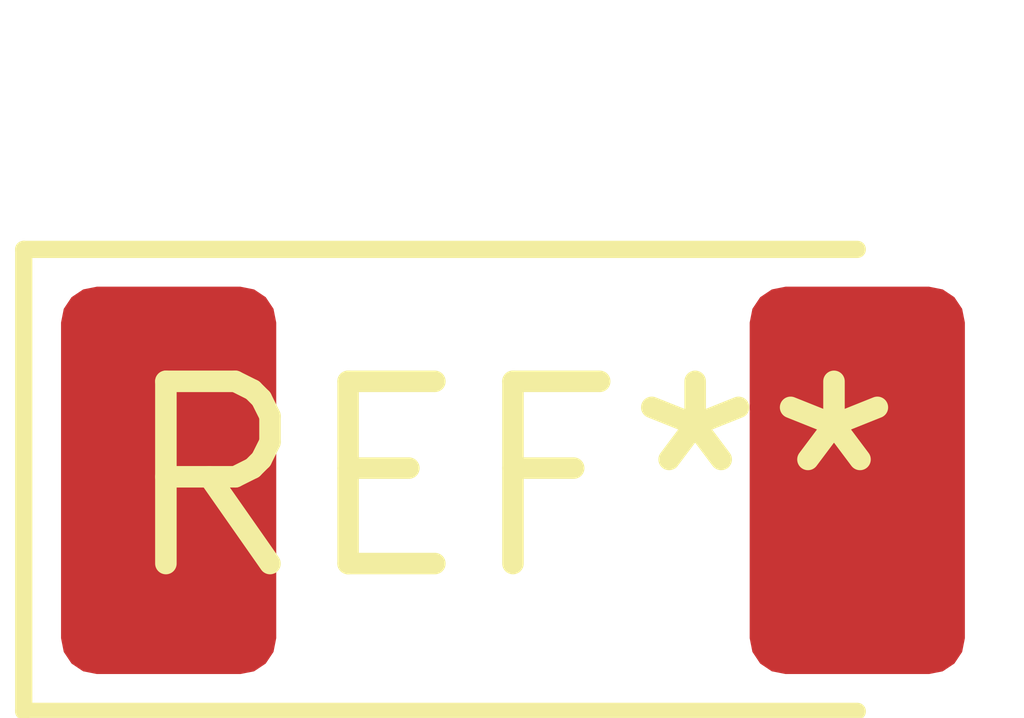
<source format=kicad_pcb>
(kicad_pcb (version 20240108) (generator pcbnew)
  (layers (0 "F.Cu" signal) (31 "B.Cu" signal) (34 "B.Paste" user) (35 "F.Paste" user) (36 "B.SilkS" user "B.Silkscreen") (37 "F.SilkS" user "F.Silkscreen") (38 "B.Mask" user) (39 "F.Mask" user) (44 "Edge.Cuts" user))
  (net 0 "")
  (footprint "D_MELF" (layer "F.Cu") (at 0 0)
    (property "Reference" "REF**")
    (property "Value" "D_MELF")
    (fp_line (start -3.41 -1.61) (end -3.41 1.61) (layer "F.SilkS") (stroke (width 0.12)))
    (fp_line (start -3.41 1.61) (end 2.4 1.61) (layer "F.SilkS") (stroke (width 0.12)))
    (fp_line (start 2.4 -1.61) (end -3.41 -1.61) (layer "F.SilkS") (stroke (width 0.12)))
    (pad "1" smd roundrect (at -2.4 0) (size 1.5 2.7) (layers "F.Cu" "F.Paste" "F.Mask") (roundrect_rratio 0.1666666667))
    (pad "2" smd roundrect (at 2.4 0) (size 1.5 2.7) (layers "F.Cu" "F.Paste" "F.Mask") (roundrect_rratio 0.1666666667))
  )
)
</source>
